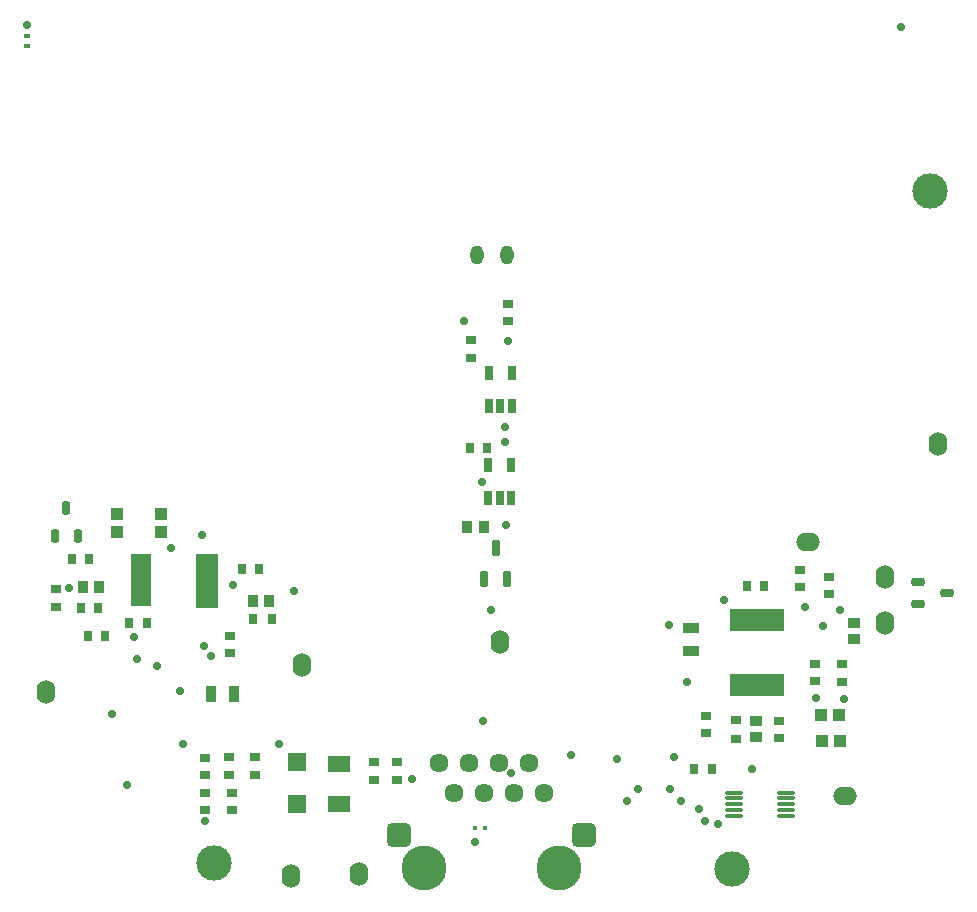
<source format=gts>
G04*
G04 #@! TF.GenerationSoftware,Altium Limited,Altium Designer,24.0.1 (36)*
G04*
G04 Layer_Color=8388736*
%FSLAX44Y44*%
%MOMM*%
G71*
G04*
G04 #@! TF.SameCoordinates,3C6FB229-8EB3-43CD-B7CA-B0B301390D20*
G04*
G04*
G04 #@! TF.FilePolarity,Negative*
G04*
G01*
G75*
%ADD16R,0.9000X0.6500*%
%ADD17R,0.6500X0.9000*%
%ADD18R,0.9000X0.8000*%
%ADD19R,0.8000X0.9000*%
%ADD20R,0.7500X0.9000*%
%ADD21O,1.6000X0.3500*%
%ADD23O,0.3500X1.6000*%
G04:AMPARAMS|DCode=25|XSize=1.45mm|YSize=0.3mm|CornerRadius=0.0495mm|HoleSize=0mm|Usage=FLASHONLY|Rotation=180.000|XOffset=0mm|YOffset=0mm|HoleType=Round|Shape=RoundedRectangle|*
%AMROUNDEDRECTD25*
21,1,1.4500,0.2010,0,0,180.0*
21,1,1.3510,0.3000,0,0,180.0*
1,1,0.0990,-0.6755,0.1005*
1,1,0.0990,0.6755,0.1005*
1,1,0.0990,0.6755,-0.1005*
1,1,0.0990,-0.6755,-0.1005*
%
%ADD25ROUNDEDRECTD25*%
%ADD28R,0.9500X1.4500*%
%ADD29R,1.4500X0.9500*%
%ADD34R,0.9000X0.7500*%
%ADD36R,0.5000X0.4500*%
%ADD40R,1.8250X4.6000*%
%ADD41R,1.7750X4.5000*%
%ADD42R,4.5500X1.9750*%
%ADD43R,4.6000X1.8500*%
%ADD44C,3.0000*%
%ADD45R,1.9016X1.4016*%
%ADD46R,0.4616X0.3516*%
%ADD47R,0.9016X1.0516*%
%ADD48R,1.0516X0.9016*%
%ADD49R,0.7016X1.1516*%
G04:AMPARAMS|DCode=50|XSize=0.7016mm|YSize=1.1016mm|CornerRadius=0.2008mm|HoleSize=0mm|Usage=FLASHONLY|Rotation=90.000|XOffset=0mm|YOffset=0mm|HoleType=Round|Shape=RoundedRectangle|*
%AMROUNDEDRECTD50*
21,1,0.7016,0.7000,0,0,90.0*
21,1,0.3000,1.1016,0,0,90.0*
1,1,0.4016,0.3500,0.1500*
1,1,0.4016,0.3500,-0.1500*
1,1,0.4016,-0.3500,-0.1500*
1,1,0.4016,-0.3500,0.1500*
%
%ADD50ROUNDEDRECTD50*%
%ADD51R,0.9016X1.1016*%
%ADD52R,1.5016X1.6016*%
G04:AMPARAMS|DCode=53|XSize=0.7516mm|YSize=1.3016mm|CornerRadius=0.0996mm|HoleSize=0mm|Usage=FLASHONLY|Rotation=180.000|XOffset=0mm|YOffset=0mm|HoleType=Round|Shape=RoundedRectangle|*
%AMROUNDEDRECTD53*
21,1,0.7516,1.1025,0,0,180.0*
21,1,0.5525,1.3016,0,0,180.0*
1,1,0.1991,-0.2763,0.5513*
1,1,0.1991,0.2763,0.5513*
1,1,0.1991,0.2763,-0.5513*
1,1,0.1991,-0.2763,-0.5513*
%
%ADD53ROUNDEDRECTD53*%
%ADD54R,1.0587X1.1121*%
%ADD55R,1.1121X1.0587*%
G04:AMPARAMS|DCode=56|XSize=0.7016mm|YSize=1.1016mm|CornerRadius=0.2008mm|HoleSize=0mm|Usage=FLASHONLY|Rotation=180.000|XOffset=0mm|YOffset=0mm|HoleType=Round|Shape=RoundedRectangle|*
%AMROUNDEDRECTD56*
21,1,0.7016,0.7000,0,0,180.0*
21,1,0.3000,1.1016,0,0,180.0*
1,1,0.4016,-0.1500,0.3500*
1,1,0.4016,0.1500,0.3500*
1,1,0.4016,0.1500,-0.3500*
1,1,0.4016,-0.1500,-0.3500*
%
%ADD56ROUNDEDRECTD56*%
%ADD57O,2.0000X1.5700*%
%ADD58O,1.1016X1.6256*%
G04:AMPARAMS|DCode=59|XSize=2.1016mm|YSize=2.1016mm|CornerRadius=0.5508mm|HoleSize=0mm|Usage=FLASHONLY|Rotation=90.000|XOffset=0mm|YOffset=0mm|HoleType=Round|Shape=RoundedRectangle|*
%AMROUNDEDRECTD59*
21,1,2.1016,1.0000,0,0,90.0*
21,1,1.0000,2.1016,0,0,90.0*
1,1,1.1016,0.5000,0.5000*
1,1,1.1016,0.5000,-0.5000*
1,1,1.1016,-0.5000,-0.5000*
1,1,1.1016,-0.5000,0.5000*
%
%ADD59ROUNDEDRECTD59*%
%ADD60O,1.6016X1.6256*%
%ADD61C,3.8016*%
%ADD62O,1.5700X2.0000*%
%ADD63C,0.7016*%
D16*
X198800Y234215D02*
D03*
Y219715D02*
D03*
X602020Y166010D02*
D03*
Y151510D02*
D03*
X663359Y162066D02*
D03*
Y147566D02*
D03*
X706359Y269549D02*
D03*
Y284049D02*
D03*
X694109Y195566D02*
D03*
Y210066D02*
D03*
X200109Y86566D02*
D03*
Y101066D02*
D03*
X177359Y86566D02*
D03*
Y101066D02*
D03*
X434359Y515066D02*
D03*
Y500566D02*
D03*
X681359Y289566D02*
D03*
Y275066D02*
D03*
D17*
X208859Y290566D02*
D03*
X223359D02*
D03*
X79109Y299316D02*
D03*
X64609D02*
D03*
X72648Y257505D02*
D03*
X87148D02*
D03*
X113609Y244566D02*
D03*
X128109D02*
D03*
D18*
X177334Y115816D02*
D03*
Y130816D02*
D03*
X340513Y112031D02*
D03*
Y127031D02*
D03*
X51359Y273816D02*
D03*
Y258816D02*
D03*
X716667Y210316D02*
D03*
Y195316D02*
D03*
X198359Y116316D02*
D03*
Y131316D02*
D03*
X320359Y111816D02*
D03*
Y126816D02*
D03*
X402859Y484566D02*
D03*
Y469566D02*
D03*
D19*
X416770Y393260D02*
D03*
X401770D02*
D03*
X591899Y121586D02*
D03*
X606899D02*
D03*
X93359Y233816D02*
D03*
X78359D02*
D03*
X651109Y275816D02*
D03*
X636109D02*
D03*
D20*
X218609Y248066D02*
D03*
X234109D02*
D03*
D21*
X123359Y300566D02*
D03*
Y294066D02*
D03*
Y287566D02*
D03*
Y281066D02*
D03*
Y274566D02*
D03*
Y268066D02*
D03*
Y261566D02*
D03*
X179359Y300566D02*
D03*
Y294066D02*
D03*
Y287566D02*
D03*
Y281066D02*
D03*
Y274566D02*
D03*
Y268066D02*
D03*
Y261566D02*
D03*
D23*
X664520Y247760D02*
D03*
X658020D02*
D03*
X651520D02*
D03*
X645020D02*
D03*
X638520D02*
D03*
X632020D02*
D03*
X625520D02*
D03*
X664520Y191760D02*
D03*
X658020D02*
D03*
X651520D02*
D03*
X645020D02*
D03*
X638520D02*
D03*
X632020D02*
D03*
X625520D02*
D03*
D25*
X625859Y81316D02*
D03*
Y86316D02*
D03*
Y91316D02*
D03*
Y96316D02*
D03*
Y101316D02*
D03*
X669859D02*
D03*
Y96316D02*
D03*
Y91316D02*
D03*
Y86316D02*
D03*
Y81316D02*
D03*
D28*
X201859Y184816D02*
D03*
X182359D02*
D03*
D29*
X589109Y221066D02*
D03*
Y240566D02*
D03*
D34*
X219770Y131510D02*
D03*
Y116010D02*
D03*
X627359Y147066D02*
D03*
Y162566D02*
D03*
D36*
X27020Y733260D02*
D03*
Y741760D02*
D03*
D40*
X179234Y280816D02*
D03*
D41*
X123484Y281066D02*
D03*
D42*
X645359Y192441D02*
D03*
D43*
X645109Y247816D02*
D03*
D44*
X791359Y610566D02*
D03*
X623859Y36816D02*
D03*
X184859Y42066D02*
D03*
D45*
X291359Y91816D02*
D03*
Y125816D02*
D03*
D46*
X406409Y71066D02*
D03*
X414809D02*
D03*
D47*
X74109Y275066D02*
D03*
X87609D02*
D03*
X231609Y263816D02*
D03*
X218609D02*
D03*
D48*
X727359Y244816D02*
D03*
Y231316D02*
D03*
X643859Y148566D02*
D03*
Y161566D02*
D03*
D49*
X418270Y428760D02*
D03*
X427770D02*
D03*
X437270D02*
D03*
Y456260D02*
D03*
X418270D02*
D03*
X417520Y351010D02*
D03*
X427020D02*
D03*
X436520D02*
D03*
Y378510D02*
D03*
X417520D02*
D03*
D50*
X805609Y270316D02*
D03*
X781609Y260816D02*
D03*
Y279816D02*
D03*
D51*
X399109Y326566D02*
D03*
X414109D02*
D03*
D52*
X255109Y127596D02*
D03*
Y92036D02*
D03*
D53*
X414109Y282566D02*
D03*
X433109D02*
D03*
X423609Y308566D02*
D03*
D54*
X699092Y166816D02*
D03*
X714626D02*
D03*
X715626Y145316D02*
D03*
X700092D02*
D03*
D55*
X140609Y337083D02*
D03*
Y321549D02*
D03*
X103359Y337350D02*
D03*
Y321816D02*
D03*
D56*
X60359Y342316D02*
D03*
X69859Y318316D02*
D03*
X50859D02*
D03*
D57*
X688331Y313200D02*
D03*
X719359Y98816D02*
D03*
D58*
X433109Y556816D02*
D03*
X408109Y556721D02*
D03*
D59*
X341829Y65131D02*
D03*
X498330D02*
D03*
D60*
X413729Y101131D02*
D03*
X451829Y126531D02*
D03*
X426429D02*
D03*
X401029D02*
D03*
X375629D02*
D03*
X464529Y101131D02*
D03*
X439129D02*
D03*
X388329D02*
D03*
D61*
X362929Y37631D02*
D03*
X477229D02*
D03*
D62*
X250359Y31066D02*
D03*
X753609Y244816D02*
D03*
X753309Y283866D02*
D03*
X427359Y228566D02*
D03*
X42859Y186816D02*
D03*
X259859Y209566D02*
D03*
X308359Y32316D02*
D03*
X798109Y396066D02*
D03*
D63*
X111859Y108066D02*
D03*
X98859Y167566D02*
D03*
X177859Y77566D02*
D03*
X352639Y112907D02*
D03*
X611859Y74566D02*
D03*
X571539Y104206D02*
D03*
X159359Y142316D02*
D03*
X201258Y277394D02*
D03*
X252609Y272066D02*
D03*
X585359Y195066D02*
D03*
X570359Y243566D02*
D03*
X175109Y319316D02*
D03*
X137359Y208316D02*
D03*
X156359Y187316D02*
D03*
X240609Y142816D02*
D03*
X640859Y121566D02*
D03*
X526359Y129566D02*
D03*
X487109Y133316D02*
D03*
X715609Y255816D02*
D03*
X616859Y264066D02*
D03*
X695359Y181066D02*
D03*
X148758Y308144D02*
D03*
X117528Y232976D02*
D03*
X120028Y214726D02*
D03*
X62109Y274816D02*
D03*
X183109Y217316D02*
D03*
X436609Y118066D02*
D03*
X543859Y104316D02*
D03*
X396609Y500816D02*
D03*
X431359Y398316D02*
D03*
X433859Y483566D02*
D03*
X419859Y255566D02*
D03*
X431678Y411043D02*
D03*
X432609Y328066D02*
D03*
X534609Y94566D02*
D03*
X596109Y87066D02*
D03*
X580609Y94316D02*
D03*
X413109Y162316D02*
D03*
X406359Y59066D02*
D03*
X575109Y131816D02*
D03*
X600859Y77066D02*
D03*
X176609Y225816D02*
D03*
X700569Y242066D02*
D03*
X718805Y180454D02*
D03*
X685609Y258316D02*
D03*
X767140Y749252D02*
D03*
X412109Y364316D02*
D03*
X27270Y751010D02*
D03*
M02*

</source>
